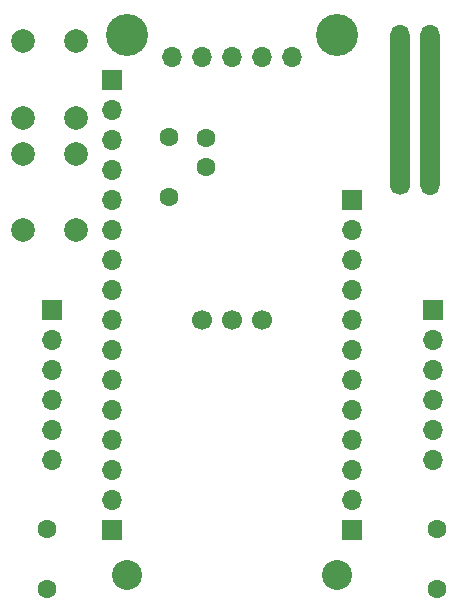
<source format=gbs>
G04 #@! TF.GenerationSoftware,KiCad,Pcbnew,(7.0.0)*
G04 #@! TF.CreationDate,2023-05-02T10:20:12-04:00*
G04 #@! TF.ProjectId,Feather-F405-Bridge,46656174-6865-4722-9d46-3430352d4272,rev?*
G04 #@! TF.SameCoordinates,Original*
G04 #@! TF.FileFunction,Soldermask,Bot*
G04 #@! TF.FilePolarity,Negative*
%FSLAX46Y46*%
G04 Gerber Fmt 4.6, Leading zero omitted, Abs format (unit mm)*
G04 Created by KiCad (PCBNEW (7.0.0)) date 2023-05-02 10:20:12*
%MOMM*%
%LPD*%
G01*
G04 APERTURE LIST*
%ADD10C,1.600000*%
%ADD11C,2.000000*%
%ADD12C,3.556000*%
%ADD13C,2.540000*%
%ADD14R,1.700000X1.700000*%
%ADD15O,1.700000X1.700000*%
%ADD16C,1.700000*%
G04 APERTURE END LIST*
G36*
X81495000Y-133477000D02*
G01*
X79795000Y-133477000D01*
X79795000Y-120777000D01*
X81495000Y-120777000D01*
X81495000Y-133477000D01*
G37*
G36*
X78955000Y-133477000D02*
G01*
X77255000Y-133477000D01*
X77255000Y-120777000D01*
X78955000Y-120777000D01*
X78955000Y-133477000D01*
G37*
D10*
X81280000Y-167640000D03*
X81280000Y-162560000D03*
X48260000Y-167640000D03*
X48260000Y-162560000D03*
D11*
X50673000Y-130787000D03*
X50673000Y-137287000D03*
X46173000Y-130787000D03*
X46173000Y-137287000D03*
X50673000Y-121262000D03*
X50673000Y-127762000D03*
X46173000Y-121262000D03*
X46173000Y-127762000D03*
D10*
X61722000Y-129453000D03*
X61722000Y-131953000D03*
D12*
X55040000Y-120740000D03*
D13*
X55040000Y-166460000D03*
D12*
X72820000Y-120740000D03*
D13*
X72820000Y-166460000D03*
D14*
X53769999Y-124549999D03*
D15*
X53769999Y-127089999D03*
X53769999Y-129629999D03*
X53769999Y-132169999D03*
X53769999Y-134709999D03*
X53769999Y-137249999D03*
X53769999Y-139789999D03*
X53769999Y-142329999D03*
X53769999Y-144869999D03*
X53769999Y-147409999D03*
X53769999Y-149949999D03*
X53769999Y-152489999D03*
X53769999Y-155029999D03*
X53769999Y-157569999D03*
X53769999Y-160109999D03*
D14*
X53769999Y-162649999D03*
X74089999Y-162649999D03*
D15*
X74089999Y-160109999D03*
X74089999Y-157569999D03*
X74089999Y-155029999D03*
X74089999Y-152489999D03*
X74089999Y-149949999D03*
X74089999Y-147409999D03*
X74089999Y-144869999D03*
X74089999Y-142329999D03*
X74089999Y-139789999D03*
X74089999Y-137249999D03*
D14*
X74089999Y-134709999D03*
D15*
X69009999Y-122644999D03*
X66469999Y-122644999D03*
X63929999Y-122644999D03*
X61389999Y-122644999D03*
X58849999Y-122644999D03*
D16*
X66470000Y-144870000D03*
X63930000Y-144870000D03*
X61390000Y-144870000D03*
D14*
X80898999Y-144017999D03*
D15*
X80898999Y-146557999D03*
X80898999Y-149097999D03*
X80898999Y-151637999D03*
X80898999Y-154177999D03*
X80898999Y-156717999D03*
D14*
X48640999Y-144017999D03*
D15*
X48640999Y-146557999D03*
X48640999Y-149097999D03*
X48640999Y-151637999D03*
X48640999Y-154177999D03*
X48640999Y-156717999D03*
D10*
X58547000Y-134488000D03*
X58547000Y-129408000D03*
D16*
X78105000Y-133477000D03*
D15*
X80644999Y-133476999D03*
X78104999Y-130936999D03*
X80644999Y-130936999D03*
X78104999Y-128396999D03*
X80644999Y-128396999D03*
X78104999Y-125856999D03*
X80644999Y-125856999D03*
X78104999Y-123316999D03*
X80644999Y-123316999D03*
X78104999Y-120776999D03*
X80644999Y-120776999D03*
M02*

</source>
